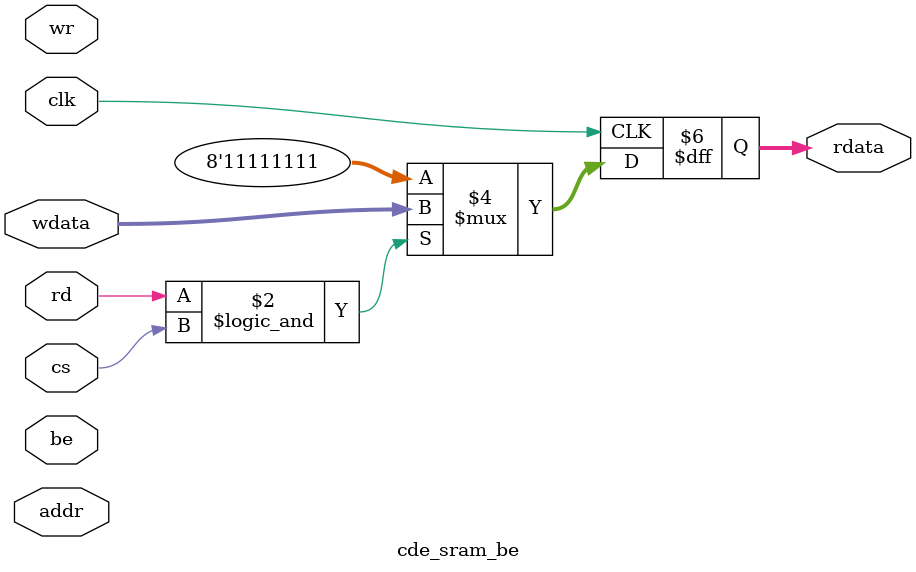
<source format=v>
 module 
  cde_sram_be 
    #( parameter 
      ADDR=10,
      WIDTH=8,
      WORDS=1024,
      WRITETHRU=0,
      INIT_FILE="NONE",
      INSTANCE_NAME="U1")
     (
 input   wire                 be,
 input   wire                 clk,
 input   wire                 cs,
 input   wire                 rd,
 input   wire                 wr,
 input   wire    [ ADDR-1 :  0]        addr,
 input   wire    [ WIDTH-1 :  0]        wdata,
 output   reg    [ WIDTH-1 :  0]        rdata);
  // Simple loop back for linting and code coverage
  always@(posedge clk)
        if( rd && cs ) rdata             <= wdata;
        else           rdata             <= {WIDTH{1'b1}};
  endmodule

</source>
